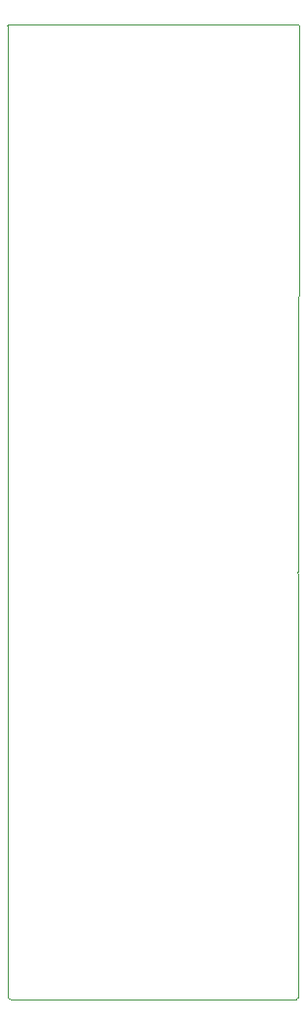
<source format=gbr>
%TF.GenerationSoftware,Altium Limited,Altium Designer,22.2.1 (43)*%
G04 Layer_Color=0*
%FSLAX45Y45*%
%MOMM*%
%TF.SameCoordinates,1A700276-89F6-4FF8-B3D7-4A67EA63658B*%
%TF.FilePolarity,Positive*%
%TF.FileFunction,Profile,NP*%
%TF.Part,Single*%
G01*
G75*
%TA.AperFunction,Profile*%
%ADD58C,0.02540*%
D58*
X13334962Y4309188D02*
G03*
X13350868Y4296850I12738J0D01*
G01*
D02*
G03*
X13360400Y4292562I9532J8450D01*
G01*
X15836900D01*
D02*
G03*
X15849638Y4305300I0J12738D01*
G01*
X15849638Y7975600D01*
D02*
G03*
X15847942Y7981950I-12738J0D01*
G01*
D02*
G03*
X15849638Y7988266I-11042J6350D01*
G01*
X15862338Y12712666D01*
D02*
G03*
X15862338Y12712700I-12738J34D01*
G01*
D02*
G03*
X15849600Y12725438I-12738J0D01*
G01*
X13347701D01*
D02*
G03*
X13334962Y12712700I0J-12738D01*
G01*
Y4309188D01*
%TF.MD5,5c4459879f093d0db285e474d2b9264a*%
M02*

</source>
